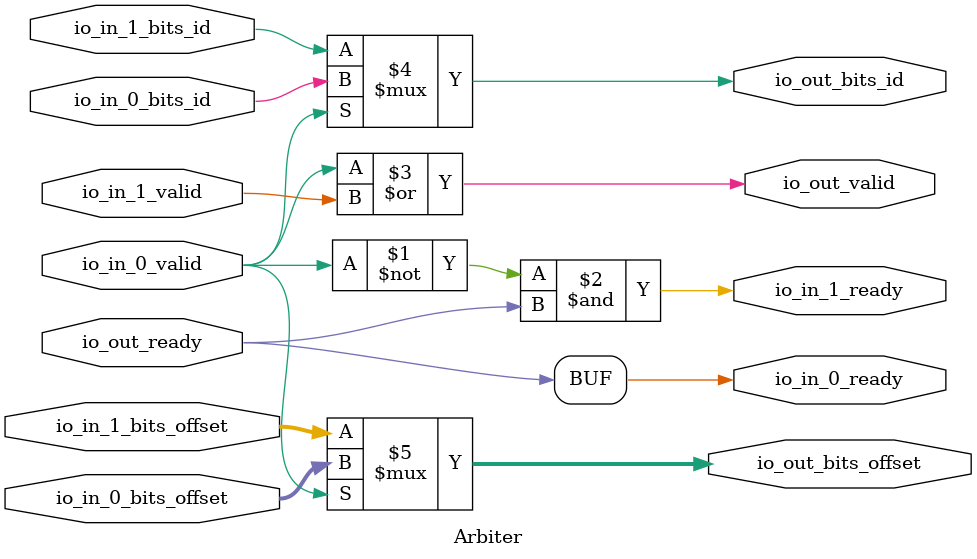
<source format=sv>
`ifndef RANDOMIZE
  `ifdef RANDOMIZE_REG_INIT
    `define RANDOMIZE
  `endif // RANDOMIZE_REG_INIT
`endif // not def RANDOMIZE
`ifndef RANDOMIZE
  `ifdef RANDOMIZE_MEM_INIT
    `define RANDOMIZE
  `endif // RANDOMIZE_MEM_INIT
`endif // not def RANDOMIZE

`ifndef RANDOM
  `define RANDOM $random
`endif // not def RANDOM

// Users can define 'PRINTF_COND' to add an extra gate to prints.
`ifndef PRINTF_COND_
  `ifdef PRINTF_COND
    `define PRINTF_COND_ (`PRINTF_COND)
  `else  // PRINTF_COND
    `define PRINTF_COND_ 1
  `endif // PRINTF_COND
`endif // not def PRINTF_COND_

// Users can define 'ASSERT_VERBOSE_COND' to add an extra gate to assert error printing.
`ifndef ASSERT_VERBOSE_COND_
  `ifdef ASSERT_VERBOSE_COND
    `define ASSERT_VERBOSE_COND_ (`ASSERT_VERBOSE_COND)
  `else  // ASSERT_VERBOSE_COND
    `define ASSERT_VERBOSE_COND_ 1
  `endif // ASSERT_VERBOSE_COND
`endif // not def ASSERT_VERBOSE_COND_

// Users can define 'STOP_COND' to add an extra gate to stop conditions.
`ifndef STOP_COND_
  `ifdef STOP_COND
    `define STOP_COND_ (`STOP_COND)
  `else  // STOP_COND
    `define STOP_COND_ 1
  `endif // STOP_COND
`endif // not def STOP_COND_

// Users can define INIT_RANDOM as general code that gets injected into the
// initializer block for modules with registers.
`ifndef INIT_RANDOM
  `define INIT_RANDOM
`endif // not def INIT_RANDOM

// If using random initialization, you can also define RANDOMIZE_DELAY to
// customize the delay used, otherwise 0.002 is used.
`ifndef RANDOMIZE_DELAY
  `define RANDOMIZE_DELAY 0.002
`endif // not def RANDOMIZE_DELAY

// Define INIT_RANDOM_PROLOG_ for use in our modules below.
`ifndef INIT_RANDOM_PROLOG_
  `ifdef RANDOMIZE
    `ifdef VERILATOR
      `define INIT_RANDOM_PROLOG_ `INIT_RANDOM
    `else  // VERILATOR
      `define INIT_RANDOM_PROLOG_ `INIT_RANDOM #`RANDOMIZE_DELAY begin end
    `endif // VERILATOR
  `else  // RANDOMIZE
    `define INIT_RANDOM_PROLOG_
  `endif // RANDOMIZE
`endif // not def INIT_RANDOM_PROLOG_

module Arbiter(
  input        io_in_0_valid,
               io_in_0_bits_id,
  input  [2:0] io_in_0_bits_offset,
  input        io_in_1_valid,
               io_in_1_bits_id,
  input  [2:0] io_in_1_bits_offset,
  input        io_out_ready,
  output       io_in_0_ready,
               io_in_1_ready,
               io_out_valid,
               io_out_bits_id,
  output [2:0] io_out_bits_offset
);

  assign io_in_0_ready = io_out_ready;
  assign io_in_1_ready = ~io_in_0_valid & io_out_ready;	// @[Arbiter.scala:45:78, :146:19]
  assign io_out_valid = io_in_0_valid | io_in_1_valid;	// @[Arbiter.scala:147:31]
  assign io_out_bits_id = io_in_0_valid ? io_in_0_bits_id : io_in_1_bits_id;	// @[Arbiter.scala:136:15, :138:26, :140:19]
  assign io_out_bits_offset = io_in_0_valid ? io_in_0_bits_offset : io_in_1_bits_offset;	// @[Arbiter.scala:136:15, :138:26, :140:19]
endmodule


</source>
